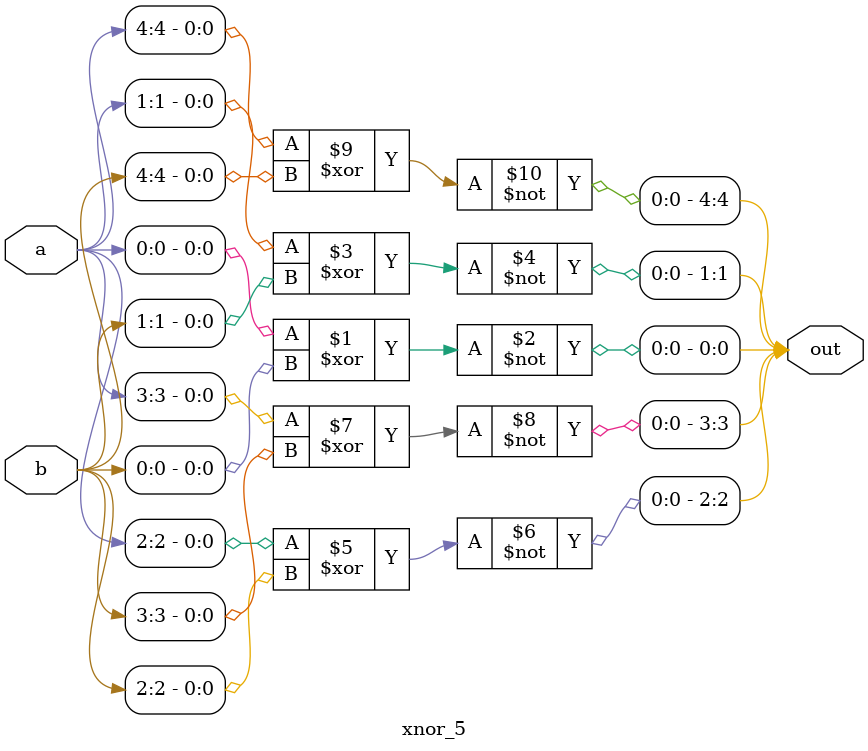
<source format=v>
module xnor_5(out,a,b);
	input[4:0] a,b;
	output[4:0] out;
	xnor x1(out[0],a[0],b[0]);
	xnor x2(out[1],a[1],b[1]);
	xnor x3(out[2],a[2],b[2]);
	xnor x4(out[3],a[3],b[3]);
	xnor x5(out[4],a[4],b[4]);
endmodule

</source>
